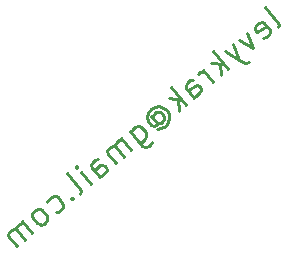
<source format=gbr>
G04 #@! TF.FileFunction,Legend,Bot*
%FSLAX46Y46*%
G04 Gerber Fmt 4.6, Leading zero omitted, Abs format (unit mm)*
G04 Created by KiCad (PCBNEW 4.0.2-stable) date 2/24/2017 09:05:39*
%MOMM*%
G01*
G04 APERTURE LIST*
%ADD10C,0.100000*%
%ADD11C,0.250000*%
G04 APERTURE END LIST*
D10*
D11*
X227025063Y-31610407D02*
X227109758Y-31415015D01*
X227060280Y-31207883D01*
X225958358Y-29894664D01*
X225796540Y-32516936D02*
X226003671Y-32467457D01*
X226295497Y-32222585D01*
X226380193Y-32027193D01*
X226330714Y-31820062D01*
X225840971Y-31236409D01*
X225645579Y-31151713D01*
X225438447Y-31201193D01*
X225146621Y-31446064D01*
X225061926Y-31641456D01*
X225111405Y-31848587D01*
X225233840Y-31994500D01*
X226085842Y-31528235D01*
X224417055Y-32058243D02*
X224909321Y-33385725D01*
X223687489Y-32670422D01*
X223249749Y-33037729D02*
X223742015Y-34365211D01*
X222520182Y-33649908D02*
X223742015Y-34365211D01*
X224194017Y-34607558D01*
X224328192Y-34619296D01*
X224535324Y-34569818D01*
X222793579Y-35161043D02*
X221508004Y-33628954D01*
X222157922Y-34699826D02*
X222209926Y-35650786D01*
X221352876Y-34629394D02*
X222426272Y-34723303D01*
X221553316Y-36201747D02*
X220696267Y-35180355D01*
X220941138Y-35472181D02*
X220745745Y-35387486D01*
X220611571Y-35375748D01*
X220404440Y-35425227D01*
X220258527Y-35547662D01*
X219948271Y-37548540D02*
X219274875Y-36746018D01*
X219225395Y-36538887D01*
X219310091Y-36343495D01*
X219601917Y-36098623D01*
X219809049Y-36049144D01*
X219887053Y-37475584D02*
X220094184Y-37426105D01*
X220458967Y-37120016D01*
X220543663Y-36924623D01*
X220494184Y-36717492D01*
X220371748Y-36571578D01*
X220176355Y-36486883D01*
X219969224Y-36536363D01*
X219604441Y-36842452D01*
X219397310Y-36891931D01*
X219218705Y-38160719D02*
X217933130Y-36628630D01*
X218583048Y-37699502D02*
X218635052Y-38650462D01*
X217778002Y-37629070D02*
X218851397Y-37722979D01*
X216417827Y-39267690D02*
X216429566Y-39133515D01*
X216514262Y-38938122D01*
X216660175Y-38815687D01*
X216867306Y-38766208D01*
X217001480Y-38777947D01*
X217196872Y-38862642D01*
X217319308Y-39008555D01*
X217368787Y-39215687D01*
X217357049Y-39349861D01*
X217272353Y-39545253D01*
X217126440Y-39667689D01*
X216919309Y-39717168D01*
X216785134Y-39705430D01*
X216295391Y-39121777D02*
X216785134Y-39705430D01*
X216773396Y-39839604D01*
X216700439Y-39900822D01*
X216493308Y-39950301D01*
X216297915Y-39865605D01*
X215991826Y-39500822D01*
X215954086Y-39159517D01*
X216050519Y-38829950D01*
X216281129Y-38512121D01*
X216634173Y-38340207D01*
X216975478Y-38302467D01*
X217305046Y-38398900D01*
X217622873Y-38629509D01*
X217794789Y-38982553D01*
X217832528Y-39323859D01*
X217736094Y-39653426D01*
X217505486Y-39971254D01*
X217152441Y-40143169D01*
X216811136Y-40180909D01*
X214494954Y-40383874D02*
X215535657Y-41624136D01*
X215731049Y-41708832D01*
X215865224Y-41720570D01*
X216072355Y-41671092D01*
X216291225Y-41487439D01*
X216375920Y-41292045D01*
X215290786Y-41332310D02*
X215497917Y-41282831D01*
X215789743Y-41037960D01*
X215874438Y-40842568D01*
X215886178Y-40708393D01*
X215836699Y-40501262D01*
X215469391Y-40063522D01*
X215273999Y-39978826D01*
X215139824Y-39967088D01*
X214932693Y-40016567D01*
X214640867Y-40261439D01*
X214556172Y-40456831D01*
X214622437Y-42017445D02*
X213765388Y-40996053D01*
X213887823Y-41141966D02*
X213753648Y-41130228D01*
X213546517Y-41179707D01*
X213327648Y-41363360D01*
X213242952Y-41558753D01*
X213292431Y-41765884D01*
X213965828Y-42568406D01*
X213292431Y-41765884D02*
X213097039Y-41681188D01*
X212889908Y-41730668D01*
X212671038Y-41914321D01*
X212586343Y-42109714D01*
X212635822Y-42316844D01*
X213309218Y-43119367D01*
X211923042Y-44282507D02*
X211249646Y-43479984D01*
X211200167Y-43272853D01*
X211284862Y-43077461D01*
X211576688Y-42832590D01*
X211783820Y-42783110D01*
X211861825Y-44209550D02*
X212068955Y-44160071D01*
X212433738Y-43853982D01*
X212518434Y-43658589D01*
X212468955Y-43451458D01*
X212346519Y-43305545D01*
X212151127Y-43220849D01*
X211943995Y-43270329D01*
X211579212Y-43576418D01*
X211372081Y-43625897D01*
X211193476Y-44894685D02*
X210336426Y-43873293D01*
X209907901Y-43362597D02*
X210042075Y-43374335D01*
X210030337Y-43508510D01*
X209896161Y-43496772D01*
X209907901Y-43362597D01*
X210030337Y-43508510D01*
X210245040Y-45690518D02*
X210329735Y-45495126D01*
X210280257Y-45287995D01*
X209178335Y-43974775D01*
X209538952Y-46034348D02*
X209527212Y-46168523D01*
X209661387Y-46180261D01*
X209673126Y-46046086D01*
X209538952Y-46034348D01*
X209661387Y-46180261D01*
X208213994Y-47270444D02*
X208421125Y-47220965D01*
X208712951Y-46976093D01*
X208797646Y-46780701D01*
X208809386Y-46646526D01*
X208759906Y-46439395D01*
X208392599Y-46001655D01*
X208197207Y-45916960D01*
X208063032Y-45905222D01*
X207855901Y-45954701D01*
X207564075Y-46199572D01*
X207479379Y-46394964D01*
X207399732Y-48078015D02*
X207484427Y-47882623D01*
X207496166Y-47748448D01*
X207446687Y-47541317D01*
X207079380Y-47103577D01*
X206883988Y-47018882D01*
X206749812Y-47007144D01*
X206542682Y-47056623D01*
X206323812Y-47240276D01*
X206239117Y-47435668D01*
X206227378Y-47569843D01*
X206276857Y-47776974D01*
X206644164Y-48214714D01*
X206839557Y-48299409D01*
X206973731Y-48311148D01*
X207180862Y-48261669D01*
X207399732Y-48078015D01*
X206232426Y-49057501D02*
X205375376Y-48036108D01*
X205497812Y-48182022D02*
X205363637Y-48170283D01*
X205156506Y-48219762D01*
X204937636Y-48403416D01*
X204852941Y-48598808D01*
X204902420Y-48805939D01*
X205575816Y-49608462D01*
X204902420Y-48805939D02*
X204707028Y-48721244D01*
X204499896Y-48770723D01*
X204281027Y-48954377D01*
X204196331Y-49149769D01*
X204245810Y-49356900D01*
X204919207Y-50159423D01*
M02*

</source>
